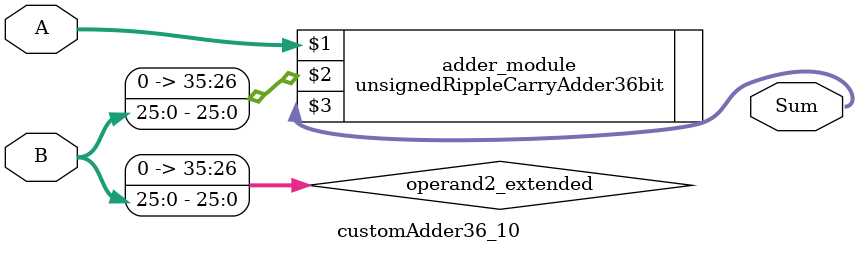
<source format=v>
module customAdder36_10(
                        input [35 : 0] A,
                        input [25 : 0] B,
                        
                        output [36 : 0] Sum
                );

        wire [35 : 0] operand2_extended;
        
        assign operand2_extended =  {10'b0, B};
        
        unsignedRippleCarryAdder36bit adder_module(
            A,
            operand2_extended,
            Sum
        );
        
        endmodule
        
</source>
